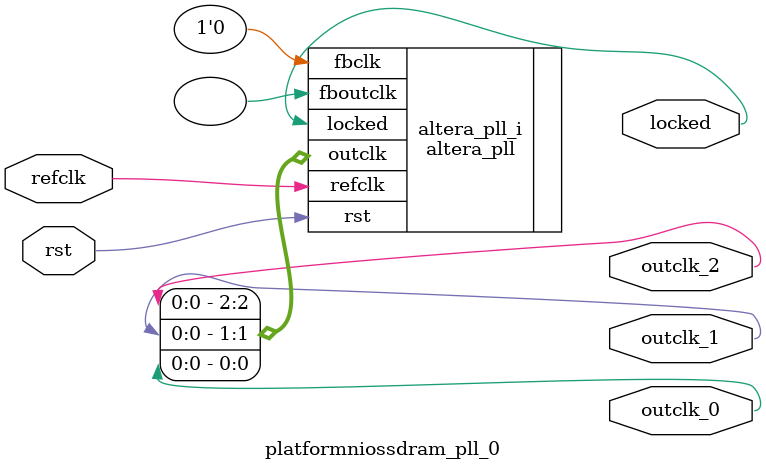
<source format=v>
`timescale 1ns/10ps
module  platformniossdram_pll_0(

	// interface 'refclk'
	input wire refclk,

	// interface 'reset'
	input wire rst,

	// interface 'outclk0'
	output wire outclk_0,

	// interface 'outclk1'
	output wire outclk_1,

	// interface 'outclk2'
	output wire outclk_2,

	// interface 'locked'
	output wire locked
);

	altera_pll #(
		.fractional_vco_multiplier("false"),
		.reference_clock_frequency("50.0 MHz"),
		.operation_mode("normal"),
		.number_of_clocks(3),
		.output_clock_frequency0("50.000000 MHz"),
		.phase_shift0("0 ps"),
		.duty_cycle0(50),
		.output_clock_frequency1("100.000000 MHz"),
		.phase_shift1("-3750 ps"),
		.duty_cycle1(50),
		.output_clock_frequency2("100.000000 MHz"),
		.phase_shift2("0 ps"),
		.duty_cycle2(50),
		.output_clock_frequency3("0 MHz"),
		.phase_shift3("0 ps"),
		.duty_cycle3(50),
		.output_clock_frequency4("0 MHz"),
		.phase_shift4("0 ps"),
		.duty_cycle4(50),
		.output_clock_frequency5("0 MHz"),
		.phase_shift5("0 ps"),
		.duty_cycle5(50),
		.output_clock_frequency6("0 MHz"),
		.phase_shift6("0 ps"),
		.duty_cycle6(50),
		.output_clock_frequency7("0 MHz"),
		.phase_shift7("0 ps"),
		.duty_cycle7(50),
		.output_clock_frequency8("0 MHz"),
		.phase_shift8("0 ps"),
		.duty_cycle8(50),
		.output_clock_frequency9("0 MHz"),
		.phase_shift9("0 ps"),
		.duty_cycle9(50),
		.output_clock_frequency10("0 MHz"),
		.phase_shift10("0 ps"),
		.duty_cycle10(50),
		.output_clock_frequency11("0 MHz"),
		.phase_shift11("0 ps"),
		.duty_cycle11(50),
		.output_clock_frequency12("0 MHz"),
		.phase_shift12("0 ps"),
		.duty_cycle12(50),
		.output_clock_frequency13("0 MHz"),
		.phase_shift13("0 ps"),
		.duty_cycle13(50),
		.output_clock_frequency14("0 MHz"),
		.phase_shift14("0 ps"),
		.duty_cycle14(50),
		.output_clock_frequency15("0 MHz"),
		.phase_shift15("0 ps"),
		.duty_cycle15(50),
		.output_clock_frequency16("0 MHz"),
		.phase_shift16("0 ps"),
		.duty_cycle16(50),
		.output_clock_frequency17("0 MHz"),
		.phase_shift17("0 ps"),
		.duty_cycle17(50),
		.pll_type("General"),
		.pll_subtype("General")
	) altera_pll_i (
		.rst	(rst),
		.outclk	({outclk_2, outclk_1, outclk_0}),
		.locked	(locked),
		.fboutclk	( ),
		.fbclk	(1'b0),
		.refclk	(refclk)
	);
endmodule


</source>
